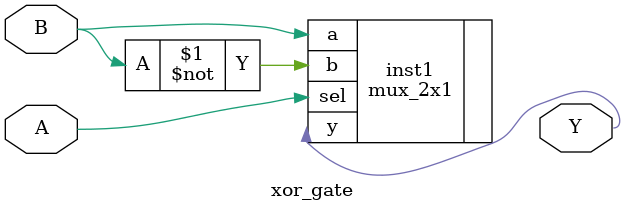
<source format=v>
module xor_gate(input A, B, output Y);
    mux_2x1 inst1(.a(B), .b(~B), .sel(A), .y(Y));
endmodule
</source>
